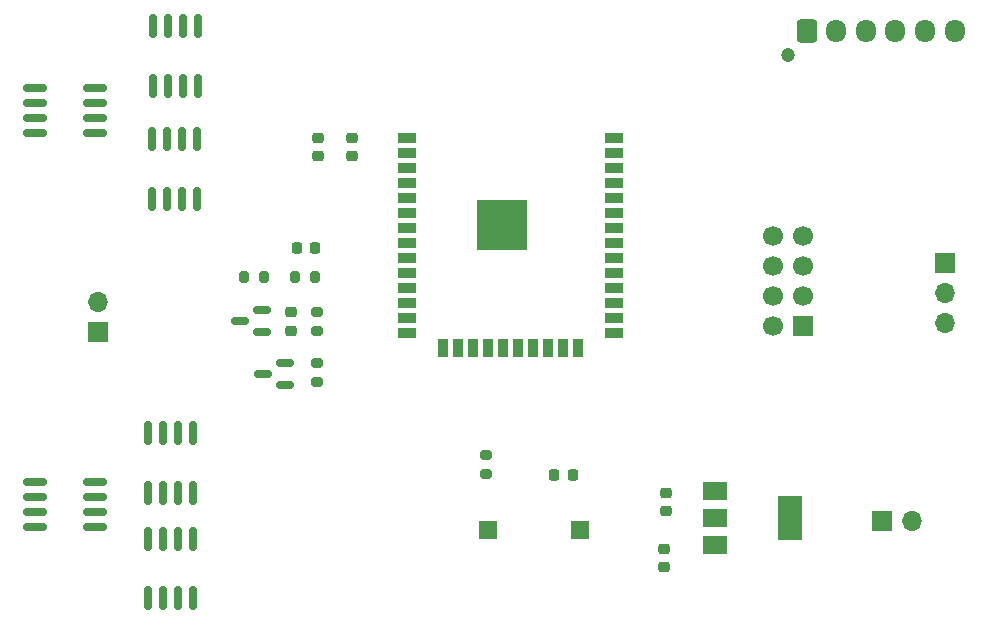
<source format=gbr>
%TF.GenerationSoftware,KiCad,Pcbnew,6.0.8+dfsg-1~bpo11+1*%
%TF.CreationDate,2022-11-14T19:08:57+01:00*%
%TF.ProjectId,Voiture_RC,566f6974-7572-4655-9f52-432e6b696361,rev?*%
%TF.SameCoordinates,Original*%
%TF.FileFunction,Soldermask,Top*%
%TF.FilePolarity,Negative*%
%FSLAX46Y46*%
G04 Gerber Fmt 4.6, Leading zero omitted, Abs format (unit mm)*
G04 Created by KiCad (PCBNEW 6.0.8+dfsg-1~bpo11+1) date 2022-11-14 19:08:57*
%MOMM*%
%LPD*%
G01*
G04 APERTURE LIST*
G04 Aperture macros list*
%AMRoundRect*
0 Rectangle with rounded corners*
0 $1 Rounding radius*
0 $2 $3 $4 $5 $6 $7 $8 $9 X,Y pos of 4 corners*
0 Add a 4 corners polygon primitive as box body*
4,1,4,$2,$3,$4,$5,$6,$7,$8,$9,$2,$3,0*
0 Add four circle primitives for the rounded corners*
1,1,$1+$1,$2,$3*
1,1,$1+$1,$4,$5*
1,1,$1+$1,$6,$7*
1,1,$1+$1,$8,$9*
0 Add four rect primitives between the rounded corners*
20,1,$1+$1,$2,$3,$4,$5,0*
20,1,$1+$1,$4,$5,$6,$7,0*
20,1,$1+$1,$6,$7,$8,$9,0*
20,1,$1+$1,$8,$9,$2,$3,0*%
G04 Aperture macros list end*
%ADD10RoundRect,0.200000X0.275000X-0.200000X0.275000X0.200000X-0.275000X0.200000X-0.275000X-0.200000X0*%
%ADD11R,1.500000X1.500000*%
%ADD12R,2.000000X1.500000*%
%ADD13R,2.000000X3.800000*%
%ADD14RoundRect,0.200000X-0.200000X-0.275000X0.200000X-0.275000X0.200000X0.275000X-0.200000X0.275000X0*%
%ADD15R,1.500000X0.900000*%
%ADD16R,0.900000X1.500000*%
%ADD17C,0.475000*%
%ADD18R,4.200000X4.200000*%
%ADD19RoundRect,0.162500X-0.825000X-0.162500X0.825000X-0.162500X0.825000X0.162500X-0.825000X0.162500X0*%
%ADD20RoundRect,0.225000X0.250000X-0.225000X0.250000X0.225000X-0.250000X0.225000X-0.250000X-0.225000X0*%
%ADD21C,1.200000*%
%ADD22RoundRect,0.250000X-0.600000X-0.725000X0.600000X-0.725000X0.600000X0.725000X-0.600000X0.725000X0*%
%ADD23O,1.700000X1.950000*%
%ADD24RoundRect,0.162500X-0.162500X0.825000X-0.162500X-0.825000X0.162500X-0.825000X0.162500X0.825000X0*%
%ADD25RoundRect,0.225000X-0.225000X-0.250000X0.225000X-0.250000X0.225000X0.250000X-0.225000X0.250000X0*%
%ADD26R,1.700000X1.700000*%
%ADD27O,1.700000X1.700000*%
%ADD28RoundRect,0.150000X0.587500X0.150000X-0.587500X0.150000X-0.587500X-0.150000X0.587500X-0.150000X0*%
%ADD29RoundRect,0.225000X-0.250000X0.225000X-0.250000X-0.225000X0.250000X-0.225000X0.250000X0.225000X0*%
%ADD30RoundRect,0.225000X0.225000X0.250000X-0.225000X0.250000X-0.225000X-0.250000X0.225000X-0.250000X0*%
%ADD31RoundRect,0.200000X-0.275000X0.200000X-0.275000X-0.200000X0.275000X-0.200000X0.275000X0.200000X0*%
%ADD32C,1.700000*%
G04 APERTURE END LIST*
D10*
%TO.C,R4*%
X95900000Y-72200000D03*
X95900000Y-70550000D03*
%TD*%
D11*
%TO.C,Reset1*%
X110400000Y-84700000D03*
X118200000Y-84700000D03*
%TD*%
D12*
%TO.C,U2*%
X129650000Y-81350000D03*
X129650000Y-83650000D03*
D13*
X135950000Y-83650000D03*
D12*
X129650000Y-85950000D03*
%TD*%
D14*
%TO.C,R2*%
X94075000Y-63250000D03*
X95725000Y-63250000D03*
%TD*%
D15*
%TO.C,U1*%
X103550000Y-51500000D03*
X103550000Y-52770000D03*
X103550000Y-54040000D03*
X103550000Y-55310000D03*
X103550000Y-56580000D03*
X103550000Y-57850000D03*
X103550000Y-59120000D03*
X103550000Y-60390000D03*
X103550000Y-61660000D03*
X103550000Y-62930000D03*
X103550000Y-64200000D03*
X103550000Y-65470000D03*
X103550000Y-66740000D03*
X103550000Y-68010000D03*
D16*
X106590000Y-69260000D03*
X107860000Y-69260000D03*
X109130000Y-69260000D03*
X110400000Y-69260000D03*
X111670000Y-69260000D03*
X112940000Y-69260000D03*
X114210000Y-69260000D03*
X115480000Y-69260000D03*
X116750000Y-69260000D03*
X118020000Y-69260000D03*
D15*
X121050000Y-68010000D03*
X121050000Y-66740000D03*
X121050000Y-65470000D03*
X121050000Y-64200000D03*
X121050000Y-62930000D03*
X121050000Y-61660000D03*
X121050000Y-60390000D03*
X121050000Y-59120000D03*
X121050000Y-57850000D03*
X121050000Y-56580000D03*
X121050000Y-55310000D03*
X121050000Y-54040000D03*
X121050000Y-52770000D03*
X121050000Y-51500000D03*
D17*
X113145000Y-58077500D03*
X112382500Y-57315000D03*
X110857500Y-60365000D03*
X110857500Y-57315000D03*
X113145000Y-59602500D03*
X111620000Y-58077500D03*
X112382500Y-58840000D03*
X110857500Y-58840000D03*
X112382500Y-60365000D03*
X111620000Y-59602500D03*
X110095000Y-58077500D03*
X110095000Y-59602500D03*
D18*
X111620000Y-58840000D03*
%TD*%
D19*
%TO.C,U3*%
X72062500Y-80595000D03*
X72062500Y-81865000D03*
X72062500Y-83135000D03*
X72062500Y-84405000D03*
X77137500Y-84405000D03*
X77137500Y-83135000D03*
X77137500Y-81865000D03*
X77137500Y-80595000D03*
%TD*%
D20*
%TO.C,C2*%
X98850000Y-53025000D03*
X98850000Y-51475000D03*
%TD*%
D21*
%TO.C,Prog1*%
X135800000Y-44475000D03*
D22*
X137400000Y-42475000D03*
D23*
X139900000Y-42475000D03*
X142400000Y-42475000D03*
X144900000Y-42475000D03*
X147400000Y-42475000D03*
X149900000Y-42475000D03*
%TD*%
D24*
%TO.C,Q3*%
X85455000Y-76462500D03*
X84185000Y-76462500D03*
X82915000Y-76462500D03*
X81645000Y-76462500D03*
X81645000Y-81537500D03*
X82915000Y-81537500D03*
X84185000Y-81537500D03*
X85455000Y-81537500D03*
%TD*%
D25*
%TO.C,C3*%
X94225000Y-60800000D03*
X95775000Y-60800000D03*
%TD*%
D26*
%TO.C,J2*%
X77350000Y-67925000D03*
D27*
X77350000Y-65385000D03*
%TD*%
D14*
%TO.C,R1*%
X89750000Y-63250000D03*
X91400000Y-63250000D03*
%TD*%
D28*
%TO.C,Q1*%
X91237500Y-67950000D03*
X91237500Y-66050000D03*
X89362500Y-67000000D03*
%TD*%
D26*
%TO.C,J1*%
X149100000Y-62060000D03*
D27*
X149100000Y-64600000D03*
X149100000Y-67140000D03*
%TD*%
D19*
%TO.C,U4*%
X72062500Y-47245000D03*
X72062500Y-48515000D03*
X72062500Y-49785000D03*
X72062500Y-51055000D03*
X77137500Y-51055000D03*
X77137500Y-49785000D03*
X77137500Y-48515000D03*
X77137500Y-47245000D03*
%TD*%
D24*
%TO.C,Q4*%
X85455000Y-85412500D03*
X84185000Y-85412500D03*
X82915000Y-85412500D03*
X81645000Y-85412500D03*
X81645000Y-90487500D03*
X82915000Y-90487500D03*
X84185000Y-90487500D03*
X85455000Y-90487500D03*
%TD*%
D20*
%TO.C,C1*%
X96040000Y-53025000D03*
X96040000Y-51475000D03*
%TD*%
D26*
%TO.C,Batt1*%
X143775000Y-83950000D03*
D27*
X146315000Y-83950000D03*
%TD*%
D29*
%TO.C,C5*%
X125300000Y-86275000D03*
X125300000Y-87825000D03*
%TD*%
D24*
%TO.C,Q6*%
X85755000Y-51562500D03*
X84485000Y-51562500D03*
X83215000Y-51562500D03*
X81945000Y-51562500D03*
X81945000Y-56637500D03*
X83215000Y-56637500D03*
X84485000Y-56637500D03*
X85755000Y-56637500D03*
%TD*%
D30*
%TO.C,C7*%
X117575000Y-80050000D03*
X116025000Y-80050000D03*
%TD*%
D20*
%TO.C,C6*%
X125500000Y-83075000D03*
X125500000Y-81525000D03*
%TD*%
D31*
%TO.C,R5*%
X110250000Y-78325000D03*
X110250000Y-79975000D03*
%TD*%
D24*
%TO.C,Q5*%
X85855000Y-42062500D03*
X84585000Y-42062500D03*
X83315000Y-42062500D03*
X82045000Y-42062500D03*
X82045000Y-47137500D03*
X83315000Y-47137500D03*
X84585000Y-47137500D03*
X85855000Y-47137500D03*
%TD*%
D29*
%TO.C,C4*%
X93750000Y-66275000D03*
X93750000Y-67825000D03*
%TD*%
D31*
%TO.C,R3*%
X95950000Y-66225000D03*
X95950000Y-67875000D03*
%TD*%
D26*
%TO.C,J3*%
X137100000Y-67450000D03*
D32*
X134560000Y-67450000D03*
X137100000Y-64910000D03*
X134560000Y-64910000D03*
X137100000Y-62370000D03*
X134560000Y-62370000D03*
X137100000Y-59830000D03*
X134560000Y-59830000D03*
%TD*%
D28*
%TO.C,Q2*%
X93187500Y-72450000D03*
X93187500Y-70550000D03*
X91312500Y-71500000D03*
%TD*%
M02*

</source>
